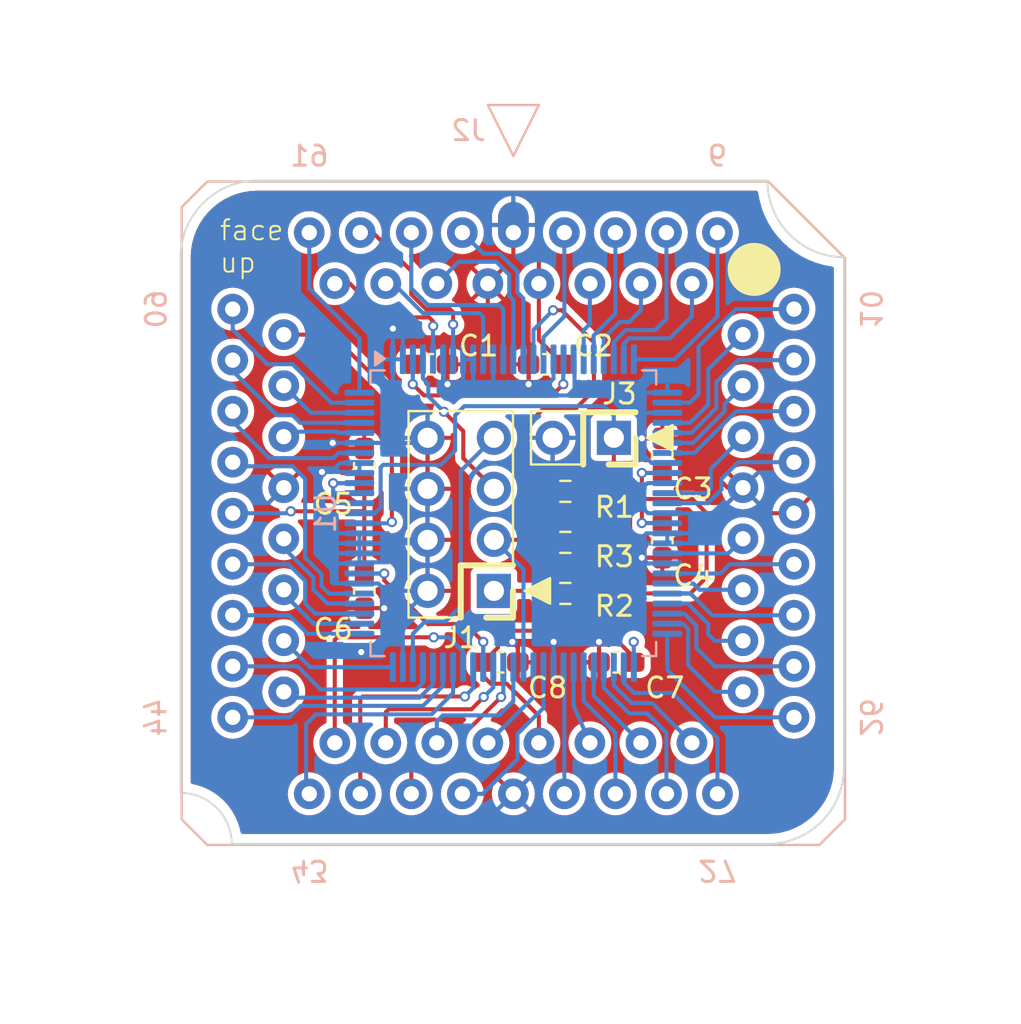
<source format=kicad_pcb>
(kicad_pcb (version 20221018) (generator pcbnew)
  (title_block (title "Replacement of the Motorola gate array by ATF1508 CPLD") (date "2025-07-13") (rev "v1.0.0") (company "Sporniket") (comment 1 "For the 8-bits computer known as 'Thomson MO5' released in 1984") (comment 3 "...thomson-mo5--gate-array-motorola--replacement-hw--atf1508") (comment 4 "Original repository : https://github.com/sporniket/..."))
  (layers (0 "F.Cu" signal) (1 "In1.Cu" signal) (2 "In2.Cu" signal) (31 "B.Cu" signal) (34 "B.Paste" user) (35 "F.Paste" user) (36 "B.SilkS" user "B.Silkscreen") (37 "F.SilkS" user "F.Silkscreen") (38 "B.Mask" user) (39 "F.Mask" user) (44 "Edge.Cuts" user))
  (net 0 "")
  (net 1 "+5V")
  (net 2 "GND")
  (net 3 "/CPLD/TMS")
  (net 4 "/CPLD/TCK")
  (net 5 "/CPLD/TDI")
  (net 6 "/CPLD/TDO")
  (net 7 "MADDR2")
  (net 8 "MADDR1")
  (net 9 "MADDR0")
  (net 10 "~{CAS_PT}")
  (net 11 "~{RAS}")
  (net 12 "MADDR6")
  (net 13 "MADDR5")
  (net 14 "MADDR4")
  (net 15 "ADDR12")
  (net 16 "ADDR11")
  (net 17 "ADDR10")
  (net 18 "ADDR9")
  (net 19 "ADDR8")
  (net 20 "ADDR7")
  (net 21 "ADDR6")
  (net 22 "ADDR5")
  (net 23 "ADDR4")
  (net 24 "ADDR3")
  (net 25 "ADDR2")
  (net 26 "ADDR1")
  (net 27 "ADDR0")
  (net 28 "DATA7")
  (net 29 "DATA6")
  (net 30 "DATA5")
  (net 31 "DATA4")
  (net 32 "DATA3")
  (net 33 "DATA2")
  (net 34 "DATA1")
  (net 35 "DATA0")
  (net 36 "NC36")
  (net 37 "CT")
  (net 38 "ITLP")
  (net 39 "~{CAS_EXT}")
  (net 40 "~{E}")
  (net 41 "E")
  (net 42 "Q")
  (net 43 "CLOCK")
  (net 44 "~{DATA_VALID}")
  (net 45 "E_EXT2")
  (net 46 "E_EXT")
  (net 47 "ADDR15")
  (net 48 "ADDR14")
  (net 49 "ADDR13")
  (net 50 "FORME")
  (net 51 "R{slash}~{W}")
  (net 52 "~{CS_COL}")
  (net 53 "~{CS_PT}")
  (net 54 "~{CS_EXT}")
  (net 55 "SYCL")
  (net 56 "~{CKLP}")
  (net 57 "H16")
  (net 58 "~{POINT}")
  (net 59 "~{SUPLT}")
  (net 60 "~{INITLT}")
  (net 61 "A{slash}SYNLT")
  (net 62 "MADDR8")
  (net 63 "~{CAS_COL}")
  (net 64 "MADDR7")
  (net 65 "MADDR3")
  (net 66 "/CPLD/VPP")
  (footprint "Capacitor_SMD:C_0603_1608Metric_Pad1.08x0.95mm_HandSolder" (layer "F.Cu") (at 103.3029 119.6594)
    (fp_text reference "C2")
    (fp_text value "0.22uF")
  )
  (footprint "Capacitor_SMD:C_0603_1608Metric_Pad1.08x0.95mm_HandSolder" (layer "F.Cu") (at 101.0401 134.493 180)
    (fp_text reference "C8")
    (fp_text value "0.22uF")
  )
  (footprint "Resistor_SMD:R_0603_1608Metric_Pad0.98x0.95mm_HandSolder" (layer "F.Cu") (at 104.267 128.524 180)
    (fp_text reference "R3")
    (fp_text value "4K7")
  )
  (footprint "Capacitor_SMD:C_0603_1608Metric_Pad1.08x0.95mm_HandSolder" (layer "F.Cu") (at 94.2594 130.9359 -90)
    (fp_text reference "C6")
    (fp_text value "0.22uF")
  )
  (footprint "Capacitor_SMD:C_0603_1608Metric_Pad1.08x0.95mm_HandSolder" (layer "F.Cu") (at 94.2594 124.7151 90)
    (fp_text reference "C5")
    (fp_text value "0.22uF")
  )
  (footprint "Resistor_SMD:R_0603_1608Metric_Pad0.98x0.95mm_HandSolder" (layer "F.Cu") (at 104.267 131.064 180)
    (fp_text reference "R2")
    (fp_text value "4K7")
  )
  (footprint "SpecialConnectors:PinHeader_2x04_P2.54mm_Vertical" (layer "F.Cu") (at 100.33 130.937 180)
    (fp_text reference "J1")
    (fp_text value "JTAG")
  )
  (footprint "SpecialConnectors:PinHeader_2x01_P2.54mm_Vertical" (layer "F.Cu") (at 106.426 123.317 180)
    (fp_text reference "J3")
    (fp_text value "VPP")
  )
  (footprint "Capacitor_SMD:C_0603_1608Metric_Pad1.08x0.95mm_HandSolder" (layer "F.Cu") (at 106.8081 134.493 180)
    (fp_text reference "C7")
    (fp_text value "0.22uF")
  )
  (footprint "Resistor_SMD:R_0603_1608Metric_Pad0.98x0.95mm_HandSolder" (layer "F.Cu") (at 104.267 125.984 180)
    (fp_text reference "R1")
    (fp_text value "4K7")
  )
  (footprint "Capacitor_SMD:C_0603_1608Metric_Pad1.08x0.95mm_HandSolder" (layer "F.Cu") (at 109.093 128.4213 90)
    (fp_text reference "C4")
    (fp_text value "0.22uF")
  )
  (footprint "Capacitor_SMD:C_0603_1608Metric_Pad1.08x0.95mm_HandSolder" (layer "F.Cu") (at 97.5349 119.6594)
    (fp_text reference "C1")
    (fp_text value "0.22uF")
  )
  (footprint "Capacitor_SMD:C_0603_1608Metric_Pad1.08x0.95mm_HandSolder" (layer "F.Cu") (at 109.093 124.2071 -90)
    (fp_text reference "C3")
    (fp_text value "0.22uF")
  )
  (footprint "Package_QFP:TQFP-100_14x14mm_P0.5mm" (layer "B.Cu") (at 101.6785 127.072 -90)
    (fp_text reference "U1")
    (fp_text value "ATF1508AS_L_100A_TQFP_JTAG_ENABLED_PHY")
  )
  (footprint "SpecialConnectors:gate_array_plcc68_staggered" (layer "B.Cu") (at 101.6785 127.072 180)
    (fp_text reference "J2")
    (fp_text value "GATE_ARRAY_MO5_V1_SOCKET")
  )
  (gr_circle (center 113.665 114.935) (end 114.935 114.935) (stroke (width 0.1)) (fill solid) (layer "F.SilkS"))
  (gr_line (start 85.117077 140.997077) (end 85.117077 114.327077) (stroke (width 0.1)) (layer "Edge.Cuts"))
  (gr_arc (start 85.117077 140.997077) (mid 86.913128 141.741026) (end 87.657077 143.537077) (stroke (width 0.1)) (layer "Edge.Cuts"))
  (gr_arc (start 118.137077 139.727077) (mid 117.021155 142.421155) (end 114.327077 143.537077) (stroke (width 0.1)) (layer "Edge.Cuts"))
  (gr_arc (start 118.137077 114.327077) (mid 115.443 113.211154) (end 114.327077 110.517077) (stroke (width 0.1)) (layer "Edge.Cuts"))
  (gr_arc (start 85.117077 114.327077) (mid 86.233 111.633) (end 88.927077 110.517077) (stroke (width 0.1)) (layer "Edge.Cuts"))
  (gr_line (start 114.327077 143.537077) (end 87.657077 143.537077) (stroke (width 0.1)) (layer "Edge.Cuts"))
  (gr_line (start 88.927077 110.517077) (end 114.327077 110.517077) (stroke (width 0.1)) (layer "Edge.Cuts"))
  (gr_line (start 118.137077 114.327077) (end 118.137077 139.727077) (stroke (width 0.1)) (layer "Edge.Cuts"))
  (gr_text "face\nup" (at 86.995 112.395) (layer "F.SilkS") (effects (font (size 1 1) (thickness 0.1)) (justify left top)))
  (segment (start 94.2594 125.5776) (end 92.71 125.5776) (width 0.2032) (layer "F.Cu") (net 1))
  (segment (start 109.093 125.0696) (end 108.077 125.0696) (width 0.2032) (layer "F.Cu") (net 1))
  (segment (start 117.221 115.951) (end 117.221 125.4995) (width 0.2032) (layer "F.Cu") (net 1))
  (segment (start 108.077 126.3396) (end 108.077 125.0696) (width 0.2032) (layer "F.Cu") (net 1))
  (segment (start 97.426866 132.588) (end 99.2886 132.588) (width 0.2032) (layer "F.Cu") (net 1))
  (segment (start 104.1654 119.6594) (end 104.1654 120.65) (width 0.2032) (layer "F.Cu") (net 1))
  (segment (start 110.49 131.064) (end 111.2986 130.2554) (width 0.2032) (layer "F.Cu") (net 1))
  (segment (start 103.6066 121.2088) (end 104.1654 120.65) (width 0.2032) (layer "F.Cu") (net 1))
  (segment (start 112.903 111.633) (end 117.221 115.951) (width 0.2032) (layer "F.Cu") (net 1))
  (segment (start 108.1024 126.365) (end 108.077 126.3396) (width 0.2032) (layer "F.Cu") (net 1))
  (segment (start 117.221 125.4995) (end 115.6485 127.072) (width 0.2032) (layer "F.Cu") (net 1))
  (segment (start 102.9485 111.9355) (end 103.251 111.633) (width 0.2032) (layer "F.Cu") (net 1))
  (segment (start 107.6706 134.493) (end 107.6706 133.477) (width 0.2032) (layer "F.Cu") (net 1))
  (segment (start 95.25 130.411134) (end 97.426866 132.588) (width 0.2032) (layer "F.Cu") (net 1))
  (segment (start 96.6724 120.65) (end 97.2312 121.2088) (width 0.2032) (layer "F.Cu") (net 1))
  (segment (start 101.346 135.5598) (end 102.9485 137.1623) (width 0.2032) (layer "F.Cu") (net 1))
  (segment (start 100.1776 134.493) (end 100.1776 135.1788) (width 0.2032) (layer "F.Cu") (net 1))
  (segment (start 102.9485 137.1623) (end 102.9485 138.502) (width 0.2032) (layer "F.Cu") (net 1))
  (segment (start 102.9485 115.642) (end 102.9485 118.4425) (width 0.2032) (layer "F.Cu") (net 1))
  (segment (start 101.0666 132.9182) (end 105.2068 132.9182) (width 0.2032) (layer "F.Cu") (net 1))
  (segment (start 107.6706 134.239) (end 106.934 133.5024) (width 0.2032) (layer "F.Cu") (net 1))
  (segment (start 110.5916 126.365) (end 108.1024 126.365) (width 0.2032) (layer "F.Cu") (net 1))
  (segment (start 97.2312 121.2088) (end 103.6066 121.2088) (width 0.2032) (layer "F.Cu") (net 1))
  (segment (start 94.2594 125.5776) (end 94.2594 126.9746) (width 0.2032) (layer "F.Cu") (net 1))
  (segment (start 100.9142 133.0706) (end 101.0666 132.9182) (width 0.2032) (layer "F.Cu") (net 1))
  (segment (start 102.9485 118.4425) (end 104.1654 119.6594) (width 0.2032) (layer "F.Cu") (net 1))
  (segment (start 115.6485 127.072) (end 111.2986 127.072) (width 0.2032) (layer "F.Cu") (net 1))
  (segment (start 111.2986 127.072) (end 110.5916 126.365) (width 0.2032) (layer "F.Cu") (net 1))
  (segment (start 94.2594 128.3208) (end 94.2594 130.0734) (width 0.2032) (layer "F.Cu") (net 1))
  (segment (start 105.1795 131.064) (end 105.1795 132.8909) (width 0.2032) (layer "F.Cu") (net 1))
  (segment (start 106.934 133.1214) (end 106.7308 132.9182) (width 0.2032) (layer "F.Cu") (net 1))
  (segment (start 96.6724 119.6594) (end 96.6724 120.65) (width 0.2032) (layer "F.Cu") (net 1))
  (segment (start 111.2986 130.2554) (end 111.2986 127.072) (width 0.2032) (layer "F.Cu") (net 1))
  (segment (start 100.1776 135.1788) (end 100.5586 135.5598) (width 0.2032) (layer "F.Cu") (net 1))
  (segment (start 109.093 127.5588) (end 108.077 127.5588) (width 0.2032) (layer "F.Cu") (net 1))
  (segment (start 100.1776 134.493) (end 100.1776 133.477) (width 0.2032) (layer "F.Cu") (net 1))
  (segment (start 103.251 111.633) (end 112.903 111.633) (width 0.2032) (layer "F.Cu") (net 1))
  (segment (start 90.6018 126.9746) (end 94.2594 126.9746) (width 0.2032) (layer "F.Cu") (net 1))
  (segment (start 106.7308 132.9182) (end 105.2068 132.9182) (width 0.2032) (layer "F.Cu") (net 1))
  (segment (start 100.9142 133.7564) (end 100.9142 133.0706) (width 0.2032) (layer "F.Cu") (net 1))
  (segment (start 102.9485 115.642) (end 102.9485 111.9355) (width 0.2032) (layer "F.Cu") (net 1))
  (segment (start 95.25 130.0734) (end 95.25 130.411134) (width 0.2032) (layer "F.Cu") (net 1))
  (segment (start 105.1795 131.064) (end 110.49 131.064) (width 0.2032) (layer "F.Cu") (net 1))
  (segment (start 99.2886 132.588) (end 100.1776 133.477) (width 0.2032) (layer "F.Cu") (net 1))
  (segment (start 107.6706 134.493) (end 107.6706 134.239) (width 0.2032) (layer "F.Cu") (net 1))
  (segment (start 94.2594 130.0734) (end 95.25 130.0734) (width 0.2032) (layer "F.Cu") (net 1))
  (segment (start 105.1795 132.8909) (end 105.2068 132.9182) (width 0.2032) (layer "F.Cu") (net 1))
  (segment (start 108.077 127.5588) (end 108.077 126.3396) (width 0.2032) (layer "F.Cu") (net 1))
  (segment (start 100.1776 134.493) (end 100.9142 133.7564) (width 0.2032) (layer "F.Cu") (net 1))
  (segment (start 100.5586 135.5598) (end 101.346 135.5598) (width 0.2032) (layer "F.Cu") (net 1))
  (segment (start 106.934 133.5024) (end 106.934 133.1214) (width 0.2032) (layer "F.Cu") (net 1))
  (segment (start 94.2594 126.9746) (end 94.2594 128.3208) (width 0.2032) (layer "F.Cu") (net 1))
  (via (at 90.6018 126.9746) (size 0.508) (drill 0.3048) (layers "F.Cu" "B.Cu") (net 1))
  (via (at 95.25 130.0734) (size 0.508) (drill 0.3048) (layers "F.Cu" "B.Cu") (net 1))
  (via (at 104.1654 120.65) (size 0.508) (drill 0.3048) (layers "F.Cu" "B.Cu") (net 1))
  (via (at 108.077 127.5588) (size 0.508) (drill 0.3048) (layers "F.Cu" "B.Cu") (net 1))
  (via (at 100.1776 133.477) (size 0.508) (drill 0.3048) (layers "F.Cu" "B.Cu") (net 1))
  (via (at 108.077 125.0696) (size 0.508) (drill 0.3048) (layers "F.Cu" "B.Cu") (net 1))
  (via (at 92.71 125.5776) (size 0.508) (drill 0.3048) (layers "F.Cu" "B.Cu") (net 1))
  (via (at 107.6706 133.477) (size 0.508) (drill 0.3048) (layers "F.Cu" "B.Cu") (net 1))
  (via (at 96.6724 120.65) (size 0.508) (drill 0.3048) (layers "F.Cu" "B.Cu") (net 1))
  (segment (start 95.25 130.0734) (end 94.0174 130.0734) (width 0.2032) (layer "B.Cu") (net 1))
  (segment (start 92.71 125.9078) (end 92.71 126.0348) (width 0.2032) (layer "B.Cu") (net 1))
  (segment (start 94.0174 130.0734) (end 94.016 130.072) (width 0.2032) (layer "B.Cu") (net 1))
  (segment (start 100.1776 134.7336) (end 100.1785 134.7345) (width 0.2032) (layer "B.Cu") (net 1))
  (segment (start 109.3386 125.0696) (end 109.341 125.072) (width 0.2032) (layer "B.Cu") (net 1))
  (segment (start 104.1654 119.4226) (end 104.1785 119.4095) (width 0.2032) (layer "B.Cu") (net 1))
  (segment (start 92.71 125.5776) (end 94.0104 125.5776) (width 0.2032) (layer "B.Cu") (net 1))
  (segment (start 109.3278 127.5588) (end 109.341 127.572) (width 0.2032) (layer "B.Cu") (net 1))
  (segment (start 92.71 126.0348) (end 92.7472 126.072) (width 0.2032) (layer "B.Cu") (net 1))
  (segment (start 107.6706 133.477) (end 107.6706 134.7266) (width 0.2032) (layer "B.Cu") (net 1))
  (segment (start 96.6724 120.65) (end 96.6724 119.4156) (width 0.2032) (layer "B.Cu") (net 1))
  (segment (start 108.077 127.5588) (end 109.3278 127.5588) (width 0.2032) (layer "B.Cu") (net 1))
  (segment (start 108.077 125.0696) (end 109.3386 125.0696) (width 0.2032) (layer "B.Cu") (net 1))
  (segment (start 96.6724 119.4156) (end 96.6785 119.4095) (width 0.2032) (layer "B.Cu") (net 1))
  (segment (start 92.7472 126.072) (end 94.016 126.072) (width 0.2032) (layer "B.Cu") (net 1))
  (segment (start 92.71 126.5174) (end 92.71 125.9078) (width 0.2032) (layer "B.Cu") (net 1))
  (segment (start 90.6018 126.9746) (end 90.5044 127.072) (width 0.2032) (layer "B.Cu") (net 1))
  (segment (start 104.1654 120.65) (end 104.1654 119.4226) (width 0.2032) (layer "B.Cu") (net 1))
  (segment (start 94.0104 125.5776) (end 94.016 125.572) (width 0.2032) (layer "B.Cu") (net 1))
  (segment (start 94.016 126.572) (end 92.7646 126.572) (width 0.2032) (layer "B.Cu") (net 1))
  (segment (start 90.5044 127.072) (end 87.7085 127.072) (width 0.2032) (layer "B.Cu") (net 1))
  (segment (start 107.6706 134.7266) (end 107.6785 134.7345) (width 0.2032) (layer "B.Cu") (net 1))
  (segment (start 92.71 125.5776) (end 92.71 125.9078) (width 0.2032) (layer "B.Cu") (net 1))
  (segment (start 92.7646 126.572) (end 92.71 126.5174) (width 0.2032) (layer "B.Cu") (net 1))
  (segment (start 100.1776 133.477) (end 100.1776 134.7336) (width 0.2032) (layer "B.Cu") (net 1))
  (segment (start 103.4796 139.8016) (end 104.2162 139.065) (width 0.2032) (layer "F.Cu") (net 2))
  (segment (start 108.0792 123.3446) (end 108.077 123.3424) (width 0.2032) (layer "F.Cu") (net 2))
  (segment (start 98.425 120.6246) (end 98.3996 120.65) (width 0.2032) (layer "F.Cu") (net 2))
  (segment (start 109.093 123.3446) (end 108.0792 123.3446) (width 0.2032) (layer "F.Cu") (net 2))
  (segment (start 98.3974 119.6594) (end 98.3974 120.6478) (width 0.2032) (layer "F.Cu") (net 2))
  (segment (start 91.0317 125.0188) (end 92.1512 125.0188) (width 0.2032) (layer "F.Cu") (net 2))
  (segment (start 94.2594 131.7984) (end 95.2478 131.7984) (width 0.2032) (layer "F.Cu") (net 2))
  (segment (start 102.9189 139.8016) (end 103.4796 139.8016) (width 0.2032) (layer "F.Cu") (net 2))
  (segment (start 107.4928 128.7018) (end 108.077 129.286) (width 0.2032) (layer "F.Cu") (net 2))
  (segment (start 90.2485 125.802) (end 91.0317 125.0188) (width 0.2032) (layer "F.Cu") (net 2))
  (segment (start 104.2162 134.493) (end 101.9026 134.493) (width 0.2032) (layer "F.Cu") (net 2))
  (segment (start 112.34 125.802) (end 113.1085 125.802) (width 0.2032) (layer "F.Cu") (net 2))
  (segment (start 92.1512 124.1044) (end 92.6846 123.571) (width 0.2032) (layer "F.Cu") (net 2))
  (segment (start 105.9456 134.493) (end 105.9456 133.4792) (width 0.2032) (layer "F.Cu") (net 2))
  (segment (start 97.409 125.857) (end 97.409 123.317) (width 0.2032) (layer "F.Cu") (net 2))
  (segment (start 103.632 123.317) (end 103.632 125.7065) (width 0.2032) (layer "F.Cu") (net 2))
  (segment (start 105.9456 134.493) (end 104.2162 134.493) (width 0.2032) (layer "F.Cu") (net 2))
  (segment (start 101.9026 134.493) (end 101.9026 133.7542) (width 0.2032) (layer "F.Cu") (net 2))
  (segment (start 101.6785 141.042) (end 102.9189 139.8016) (width 0.2032) (layer "F.Cu") (net 2))
  (segment (start 104.6734 134.493) (end 105.9456 134.493) (width 0.2032) (layer "F.Cu") (net 2))
  (segment (start 100.3808 118.3132) (end 100.4085 118.2855) (width 0.2032) (layer "F.Cu") (net 2))
  (segment (start 97.409 130.937) (end 97.409 128.397) (width 0.2032) (layer "F.Cu") (net 2))
  (segment (start 109.855 123.3446) (end 109.093 123.3446) (width 0.2032) (layer "F.Cu") (net 2))
  (segment (start 102.4404 119.6594) (end 102.4404 120.6478) (width 0.2032) (layer "F.Cu") (net 2))
  (segment (start 109.8826 123.3446) (end 112.34 125.802) (width 0.2032) (layer "F.Cu") (net 2))
  (segment (start 100.4085 118.2855) (end 100.4085 115.642) (width 0.2032) (layer "F.Cu") (net 2))
  (segment (start 103.632 125.7065) (end 103.3545 125.984) (width 0.2032) (layer "F.Cu") (net 2))
  (segment (start 107.4928 124.8138) (end 107.4928 128.7018) (width 0.2032) (layer "F.Cu") (net 2))
  (segment (start 94.2594 123.8526) (end 92.9662 123.8526) (width 0.2032) (layer "F.Cu") (net 2))
  (segment (start 92.1512 125.0188) (end 92.1512 124.1044) (width 0.2032) (layer "F.Cu") (net 2))
  (segment (start 105.9456 133.4792) (end 105.9434 133.477) (width 0.2032) (layer "F.Cu") (net 2))
  (segment (start 108.077 124.2296) (end 107.4928 124.8138) (width 0.2032) (layer "F.Cu") (net 2))
  (segment (start 102.4404 120.6478) (end 102.4382 120.65) (width 0.2032) (layer "F.Cu") (net 2))
  (segment (start 104.2162 139.065) (end 104.2162 134.9502) (width 0.2032) (layer "F.Cu") (net 2))
  (segment (start 96.1136 118.3132) (end 100.3808 118.3132) (width 0.2032) (layer "F.Cu") (net 2))
  (segment (start 108.077 123.3424) (end 108.077 124.2296) (width 0.2032) (layer "F.Cu") (net 2))
  (segment (start 95.2478 131.7984) (end 95.25 131.8006) (width 0.2032) (layer "F.Cu") (net 2))
  (segment (start 98.1785 119.6254) (end 98.3731 119.4308) (width 0.2032) (layer "F.Cu") (net 2))
  (segment (start 97.409 128.397) (end 97.409 125.857) (width 0.2032) (layer "F.Cu") (net 2))
  (segment (start 108.0792 129.2838) (end 108.077 129.286) (width 0.2032) (layer "F.Cu") (net 2))
  (segment (start 100.4062 120.6246) (end 102.4128 120.6246) (width 0.2032) (layer "F.Cu") (net 2))
  (segment (start 100.4085 118.2855) (end 100.4062 118.2878) (width 0.2032) (layer "F.Cu") (net 2))
  (segment (start 109.093 129.2838) (end 108.0792 129.2838) (width 0.2032) (layer "F.Cu") (net 2))
  (segment (start 109.855 123.3446) (end 109.8826 123.3446) (width 0.2032) (layer "F.Cu") (net 2))
  (segment (start 101.9026 133.7542) (end 101.6254 133.477) (width 0.2032) (layer "F.Cu") (net 2))
  (segment (start 100.4062 120.6246) (end 98.425 120.6246) (width 0.2032) (layer "F.Cu") (net 2))
  (segment (start 98.3974 120.6478) (end 98.3996 120.65) (width 0.2032) (layer "F.Cu") (net 2))
  (segment (start 92.9662 123.8526) (end 92.6846 123.571) (width 0.2032) (layer "F.Cu") (net 2))
  (segment (start 95.6818 117.8814) (end 96.1136 118.3132) (width 0.2032) (layer "F.Cu") (net 2))
  (segment (start 102.4128 120.6246) (end 102.4382 120.65) (width 0.2032) (layer "F.Cu") (net 2))
  (segment (start 104.2162 134.9502) (end 104.2162 134.493) (width 0.2032) (layer "F.Cu") (net 2))
  (segment (start 100.4062 118.2878) (end 100.4062 120.6246) (width 0.2032) (layer "F.Cu") (net 2))
  (via (at 98.3996 120.65) (size 0.508) (drill 0.3048) (layers "F.Cu" "B.Cu") (net 2))
  (via (at 92.6846 123.571) (size 0.508) (drill 0.3048) (layers "F.Cu" "B.Cu") (net 2))
  (via (at 95.6818 117.8814) (size 0.508) (drill 0.3048) (layers "F.Cu" "B.Cu") (net 2))
  (via (at 103.6828 133.477) (size 0.508) (drill 0.3048) (layers "F.Cu" "B.Cu") (net 2))
  (via (at 92.1512 125.0188) (size 0.508) (drill 0.3048) (layers "F.Cu" "B.Cu") (net 2))
  (via (at 101.6254 133.477) (size 0.508) (drill 0.3048) (layers "F.Cu" "B.Cu") (net 2))
  (via (at 102.4382 120.65) (size 0.508) (drill 0.3048) (layers "F.Cu" "B.Cu") (net 2))
  (via (at 95.25 131.8006) (size 0.508) (drill 0.3048) (layers "F.Cu" "B.Cu") (net 2))
  (via (at 108.077 129.286) (size 0.508) (drill 0.3048) (layers "F.Cu" "B.Cu") (net 2))
  (via (at 105.9434 133.477) (size 0.508) (drill 0.3048) (layers "F.Cu" "B.Cu") (net 2))
  (via (at 108.077 123.3424) (size 0.508) (drill 0.3048) (layers "F.Cu" "B.Cu") (net 2))
  (via (at 94.107 133.985) (size 0.508) (drill 0.3048) (layers "F.Cu" "B.Cu") (net 2))
  (segment (start 108.077 123.3424) (end 108.077 124.084698) (width 0.2032) (layer "B.Cu") (net 2))
  (segment (start 108.077 121.1326) (end 108.1376 121.072) (width 0.2032) (layer "B.Cu") (net 2))
  (segment (start 100.584 120.65) (end 99.6696 120.65) (width 0.2032) (layer "B.Cu") (net 2))
  (segment (start 108.0798 128.572) (end 108.077 128.5748) (width 0.2032) (layer "B.Cu") (net 2))
  (segment (start 94.016 128.572) (end 95.4786 128.572) (width 0.2032) (layer "B.Cu") (net 2))
  (segment (start 97.154 123.572) (end 97.409 123.317) (width 0.2032) (layer "B.Cu") (net 2))
  (segment (start 95.4386 129.072) (end 94.016 129.072) (width 0.2032) (layer "B.Cu") (net 2))
  (segment (start 99.1785 120.6415) (end 99.187 120.65) (width 0.2032) (layer "B.Cu") (net 2))
  (segment (start 103.6785 133.4813) (end 103.6828 133.477) (width 0.2032) (layer "B.Cu") (net 2))
  (segment (start 96.1785 134.7345) (end 96.1785 131.8119) (width 0.2032) (layer "B.Cu") (net 2))
  (segment (start 99.6785 120.6411) (end 99.6696 120.65) (width 0.2032) (layer "B.Cu") (net 2))
  (segment (start 95.25 130.863663) (end 95.25 131.8006) (width 0.2032) (layer "B.Cu") (net 2))
  (segment (start 92.601799 125.0188) (end 92.1512 125.0188) (width 0.2032) (layer "B.Cu") (net 2))
  (segment (start 107.569 126.873) (end 107.5182 126.8222) (width 0.2032) (layer "B.Cu") (net 2))
  (segment (start 107.5182 126.8222) (end 107.5182 124.968) (width 0.2032) (layer "B.Cu") (net 2))
  (segment (start 111.76 127.762) (end 111.76 127.1505) (width 0.2032) (layer "B.Cu") (net 2))
  (segment (start 107.845537 125.6284) (end 108.308463 125.6284) (width 0.2032) (layer "B.Cu") (net 2))
  (segment (start 108.308463 125.6284) (end 108.364863 125.572) (width 0.2032) (layer "B.Cu") (net 2))
  (segment (start 95.4278 128.0668) (end 95.4786 128.1176) (width 0.2032) (layer "B.Cu") (net 2))
  (segment (start 103.4034 120.65) (end 103.6785 120.3749) (width 0.2032) (layer "B.Cu") (net 2))
  (segment (start 96.1898 131.8006) (end 96.5454 131.8006) (width 0.2032) (layer "B.Cu") (net 2))
  (segment (start 102.4382 120.65) (end 103.4034 120.65) (width 0.2032) (layer "B.Cu") (net 2))
  (segment (start 107.5182 125.301063) (end 107.845537 125.6284) (width 0.2032) (layer "B.Cu") (net 2))
  (segment (start 105.9434 133.477) (end 103.6828 133.477) (width 0.2032) (layer "B.Cu") (net 2))
  (segment (start 95.6785 119.4095) (end 95.6785 117.8847) (width 0.2032) (layer "B.Cu") (net 2))
  (segment (start 94.016 129.072) (end 92.797 129.072) (width 0.2032) (layer "B.Cu") (net 2))
  (segment (start 103.933937 121.2088) (end 104.396863 121.2088) (width 0.2032) (layer "B.Cu") (net 2))
  (segment (start 92.71 128.651) (end 92.71 128.143) (width 0.2032) (layer "B.Cu") (net 2))
  (segment (start 94.016 125.072) (end 93.9628 125.0188) (width 0.2032) (layer "B.Cu") (net 2))
  (segment (start 108.077 124.084698) (end 108.564302 124.572) (width 0.2032) (layer "B.Cu") (net 2))
  (segment (start 108.364863 125.572) (end 109.341 125.572) (width 0.2032) (layer "B.Cu") (net 2))
  (segment (start 95.4786 128.8796) (end 95.4786 129.032) (width 0.2032) (layer "B.Cu") (net 2))
  (segment (start 92.71 129.667) (end 92.71 129.159) (width 0.2032) (layer "B.Cu") (net 2))
  (segment (start 107.5182 124.968) (end 107.5182 125.301063) (width 0.2032) (layer "B.Cu") (net 2))
  (segment (start 96.1785 118.3781) (end 95.6818 117.8814) (width 0.2032) (layer "B.Cu") (net 2))
  (segment (start 100.6785 119.4095) (end 100.6785 120.5555) (width 0.2032) (layer "B.Cu") (net 2))
  (segment (start 92.71 129.159) (end 92.71 128.651) (width 0.2032) (layer "B.Cu") (net 2))
  (segment (start 103.6785 120.3749) (end 103.6785 119.4095) (width 0.2032) (layer "B.Cu") (net 2))
  (segment (start 102.4382 120.65) (end 100.584 120.65) (width 0.2032) (layer "B.Cu") (net 2))
  (segment (start 92.781 128.072) (end 94.016 128.072) (width 0.2032) (layer "B.Cu") (net 2))
  (segment (start 108.363 129.572) (end 109.341 129.572) (width 0.2032) (layer "B.Cu") (net 2))
  (segment (start 104.7242 120.881463) (end 104.7242 119.4552) (width 0.2032) (layer "B.Cu") (net 2))
  (segment (start 108.077 124.084698) (end 107.5182 124.643498) (width 0.2032) (layer "B.Cu") (net 2))
  (segment (start 94.016 129.572) (end 92.805 129.572) (width 0.2032) (layer "B.Cu") (net 2))
  (segment (start 111.8385 127.072) (end 113.1085 125.802) (width 0.2032) (layer "B.Cu") (net 2))
  (segment (start 94.0734 129.5146) (end 95.4278 129.5146) (width 0.2032) (layer "B.Cu") (net 2))
  (segment (start 98.1785 120.4289) (end 98.1785 119.4095) (width 0.2032) (layer "B.Cu") (net 2))
  (segment (start 94.016 124.572) (end 93.048599 124.572) (width 0.2032) (layer "B.Cu") (net 2))
  (segment (start 95.25 131.8006) (end 95.25 133.114698) (width 0.2032) (layer "B.Cu") (net 2))
  (segment (start 95.4226 128.072) (end 95.4278 128.0668) (width 0.2032) (layer "B.Cu") (net 2))
  (segment (start 94.016 128.072) (end 95.4226 128.072) (width 0.2032) (layer "B.Cu") (net 2))
  (segment (start 108.1282 122.072) (end 109.341 122.072) (width 0.2032) (layer "B.Cu") (net 2))
  (segment (start 108.564302 124.572) (end 109.341 124.572) (width 0.2032) (layer "B.Cu") (net 2))
  (segment (start 109.341 127.072) (end 108.380463 127.072) (width 0.2032) (layer "B.Cu") (net 2))
  (segment (start 92.6856 123.572) (end 92.6846 123.571) (width 0.2032) (layer "B.Cu") (net 2))
  (segment (start 92.71 130.429) (end 92.853 130.572) (width 0.2032) (layer "B.Cu") (net 2))
  (segment (start 94.016 130.572) (end 94.958337 130.572) (width 0.2032) (layer "B.Cu") (net 2))
  (segment (start 111.76 128.524) (end 111.76 127.762) (width 0.2032) (layer "B.Cu") (net 2))
  (segment (start 98.3996 120.65) (end 98.1785 120.4289) (width 0.2032) (layer "B.Cu") (net 2))
  (segment (start 95.25 133.114698) (end 94.379698 133.985) (width 0.2032) (layer "B.Cu") (net 2))
  (segment (start 97.234 128.572) (end 97.409 128.397) (width 0.2032) (layer "B.Cu") (net 2))
  (segment (start 94.016 123.572) (end 92.6856 123.572) (width 0.2032) (layer "B.Cu") (net 2))
  (segment (start 95.4786 128.572) (end 97.234 128.572) (width 0.2032) (layer "B.Cu") (net 2))
  (segment (start 94.016 128.572) (end 92.789 128.572) (width 0.2032) (layer "B.Cu") (net 2))
  (segment (start 109.341 128.572) (end 108.0798 128.572) (width 0.2032) (layer "B.Cu") (net 2))
  (segment (start 96.5454 131.8006) (end 97.409 130.937) (width 0.2032) (layer "B.Cu") (net 2))
  (segment (start 108.181463 126.873) (end 107.569 126.873) (width 0.2032) (layer "B.Cu") (net 2))
  (segment (start 108.077 129.286) (end 108.363 129.572) (width 0.2032) (layer "B.Cu") (net 2))
  (segment (start 96.1785 119.4095) (end 96.1785 118.3781) (width 0.2032) (layer "B.Cu") (net 2))
  (segment (start 109.341 128.572) (end 111.712 128.572) (width 0.2032) (layer "B.Cu") (net 2))
  (segment (start 94.958337 130.572) (end 95.25 130.863663) (width 0.2032) (layer "B.Cu") (net 2))
  (segment (start 108.077 129.286) (end 108.077 128.5748) (width 0.2032) (layer "B.Cu") (net 2))
  (segment (start 103.6785 134.7345) (end 103.6785 133.4813) (width 0.2032) (layer "B.Cu") (net 2))
  (segment (start 104.396863 121.2088) (end 104.7242 120.881463) (width 0.2032) (layer "B.Cu") (net 2))
  (segment (start 92.797 129.072) (end 92.71 129.159) (width 0.2032) (layer "B.Cu") (net 2))
  (segment (start 99.1785 119.4095) (end 99.1785 120.6415) (width 0.2032) (layer "B.Cu") (net 2))
  (segment (start 111.704 128.072) (end 111.76 128.016) (width 0.2032) (layer "B.Cu") (net 2))
  (segment (start 103.4034 120.678263) (end 103.933937 121.2088) (width 0.2032) (layer "B.Cu") (net 2))
  (segment (start 100.6785 120.5555) (end 100.584 120.65) (width 0.2032) (layer "B.Cu") (net 2))
  (segment (start 95.4786 129.032) (end 95.4386 129.072) (width 0.2032) (layer "B.Cu") (net 2))
  (segment (start 111.76 127.1505) (end 111.8385 127.072) (width 0.2032) (layer "B.Cu") (net 2))
  (segment (start 95.4786 128.8796) (end 95.4786 129.4638) (width 0.2032) (layer "B.Cu") (net 2))
  (segment (start 92.71 128.143) (end 92.781 128.072) (width 0.2032) (layer "B.Cu") (net 2))
  (segment (start 92.789 128.572) (end 92.71 128.651) (width 0.2032) (layer "B.Cu") (net 2))
  (segment (start 108.380463 127.072) (end 108.181463 126.873) (width 0.2032) (layer "B.Cu") (net 2))
  (segment (start 95.6785 117.8847) (end 95.6818 117.8814) (width 0.2032) (layer "B.Cu") (net 2))
  (segment (start 92.853 130.572) (end 94.016 130.572) (width 0.2032) (layer "B.Cu") (net 2))
  (segment (start 99.187 120.65) (end 98.3996 120.65) (width 0.2032) (layer "B.Cu") (net 2))
  (segment (start 104.7242 119.4552) (end 104.6785 119.4095) (width 0.2032) (layer "B.Cu") (net 2))
  (segment (start 108.077 123.3424) (end 108.077 122.1232) (width 0.2032) (layer "B.Cu") (net 2))
  (segment (start 109.341 128.072) (end 111.704 128.072) (width 0.2032) (layer "B.Cu") (net 2))
  (segment (start 99.6696 120.65) (end 99.187 120.65) (width 0.2032) (layer "B.Cu") (net 2))
  (segment (start 108.077 128.2954) (end 108.3004 128.072) (width 0.2032) (layer "B.Cu") (net 2))
  (segment (start 95.25 131.8006) (end 96.1898 131.8006) (width 0.2032) (layer "B.Cu") (net 2))
  (segment (start 99.6785 119.4095) (end 99.6785 120.6411) (width 0.2032) (layer "B.Cu") (net 2))
  (segment (start 96.1785 131.8119) (end 96.1898 131.8006) (width 0.2032) (layer "B.Cu") (net 2))
  (segment (start 93.048599 124.572) (end 92.601799 125.0188) (width 0.2032) (layer "B.Cu") (net 2))
  (segment (start 95.4786 128.572) (end 95.4786 128.8796) (width 0.2032) (layer "B.Cu") (net 2))
  (segment (start 108.3004 128.072) (end 109.341 128.072) (width 0.2032) (layer "B.Cu") (net 2))
  (segment (start 107.5182 124.643498) (end 107.5182 124.968) (width 0.2032) (layer "B.Cu") (net 2))
  (segment (start 111.712 128.572) (end 111.76 128.524) (width 0.2032) (layer "B.Cu") (net 2))
  (segment (start 94.379698 133.985) (end 94.107 133.985) (width 0.2032) (layer "B.Cu") (net 2))
  (segment (start 95.4786 129.4638) (end 95.4278 129.5146) (width 0.2032) (layer "B.Cu") (net 2))
  (segment (start 103.4034 120.65) (end 103.4034 120.678263) (width 0.2032) (layer "B.Cu") (net 2))
  (segment (start 95.4786 128.1176) (end 95.4786 128.572) (width 0.2032) (layer "B.Cu") (net 2))
  (segment (start 92.805 129.572) (end 92.71 129.667) (width 0.2032) (layer "B.Cu") (net 2))
  (segment (start 93.9628 125.0188) (end 92.1512 125.0188) (width 0.2032) (layer "B.Cu") (net 2))
  (segment (start 108.077 122.1232) (end 108.1282 122.072) (width 0.2032) (layer "B.Cu") (net 2))
  (segment (start 108.1376 121.072) (end 109.341 121.072) (width 0.2032) (layer "B.Cu") (net 2))
  (segment (start 108.077 122.1232) (end 108.077 121.1326) (width 0.2032) (layer "B.Cu") (net 2))
  (segment (start 109.341 127.072) (end 111.8385 127.072) (width 0.2032) (layer "B.Cu") (net 2))
  (segment (start 94.016 123.572) (end 97.154 123.572) (width 0.2032) (layer "B.Cu") (net 2))
  (segment (start 108.077 128.5748) (end 108.077 128.2954) (width 0.2032) (layer "B.Cu") (net 2))
  (segment (start 111.76 128.016) (end 111.76 127.762) (width 0.2032) (layer "B.Cu") (net 2))
  (segment (start 94.016 129.572) (end 94.0734 129.5146) (width 0.2032) (layer "B.Cu") (net 2))
  (segment (start 92.71 129.667) (end 92.71 130.429) (width 0.2032) (layer "B.Cu") (net 2))
  (segment (start 102.1842 124.9934) (end 102.1842 122.8598) (width 0.2032) (layer "F.Cu") (net 3))
  (segment (start 106.4006 127.9906) (end 106.4006 127.635) (width 0.2032) (layer "F.Cu") (net 3))
  (segment (start 102.1842 122.8598) (end 102.489 122.555) (width 0.2032) (layer "F.Cu") (net 3))
  (segment (start 102.616 127.3556) (end 102.235 126.9746) (width 0.2032) (layer "F.Cu") (net 3))
  (segment (start 104.0892 116.967) (end 103.6574 116.967) (width 0.2032) (layer "F.Cu") (net 3))
  (segment (start 103.632 130.0988) (end 106.1212 130.0988) (width 0.2032) (layer "F.Cu") (net 3))
  (segment (start 100.711 130.937) (end 103.2275 130.937) (width 0.2032) (layer "F.Cu") (net 3))
  (segment (start 106.4006 129.8194) (end 106.4006 127.9906) (width 0.2032) (layer "F.Cu") (net 3))
  (segment (start 106.4006 127.635) (end 106.1212 127.3556) (width 0.2032) (layer "F.Cu") (net 3))
  (segment (start 106.1212 127.3556) (end 102.616 127.3556) (width 0.2032) (layer "F.Cu") (net 3))
  (segment (start 103.3545 130.3763) (end 103.632 130.0988) (width 0.2032) (layer "F.Cu") (net 3))
  (segment (start 104.8766 117.7544) (end 104.0892 116.967) (width 0.2032) (layer "F.Cu") (net 3))
  (segment (start 105.6894 118.5672) (end 104.8766 117.7544) (width 0.2032) (layer "F.Cu") (net 3))
  (segment (start 102.489 122.555) (end 103.1494 121.8946) (width 0.2032) (layer "F.Cu") (net 3))
  (segment (start 106.1212 130.0988) (end 106.4006 129.8194) (width 0.2032) (layer "F.Cu") (net 3))
  (segment (start 103.3545 131.064) (end 103.3545 130.3763) (width 0.2032) (layer "F.Cu") (net 3))
  (segment (start 103.1494 121.8946) (end 104.7496 121.8946) (width 0.2032) (layer "F.Cu") (net 3))
  (segment (start 102.1842 126.9238) (end 102.1842 124.9934) (width 0.2032) (layer "F.Cu") (net 3))
  (segment (start 102.235 126.9746) (end 102.1842 126.9238) (width 0.2032) (layer "F.Cu") (net 3))
  (segment (start 105.6894 120.5484) (end 105.6894 118.5672) (width 0.2032) (layer "F.Cu") (net 3))
  (segment (start 104.7496 121.8946) (end 105.6894 120.9548) (width 0.2032) (layer "F.Cu") (net 3))
  (segment (start 105.6894 120.9548) (end 105.6894 120.5484) (width 0.2032) (layer "F.Cu") (net 3))
  (segment (start 103.2275 130.937) (end 103.3545 131.064) (width 0.2032) (layer "F.Cu") (net 3))
  (via (at 103.6574 116.967) (size 0.508) (drill 0.3048) (layers "F.Cu" "B.Cu") (net 3))
  (segment (start 103.6574 116.967) (end 102.6785 117.9459) (width 0.2032) (layer "B.Cu") (net 3))
  (segment (start 102.6785 117.9459) (end 102.6785 119.4095) (width 0.2032) (layer "B.Cu") (net 3))
  (segment (start 103.2275 128.397) (end 103.3545 128.524) (width 0.2032) (layer "F.Cu") (net 4))
  (segment (start 100.711 128.397) (end 103.2275 128.397) (width 0.2032) (layer "F.Cu") (net 4))
  (segment (start 102.1842 134.7288) (end 102.1842 129.8702) (width 0.2032) (layer "B.Cu") (net 4))
  (segment (start 102.1785 134.7345) (end 102.1842 134.7288) (width 0.2032) (layer "B.Cu") (net 4))
  (segment (start 102.1842 129.8702) (end 100.711 128.397) (width 0.2032) (layer "B.Cu") (net 4))
  (segment (start 99.187 124.333) (end 100.711 125.857) (width 0.2032) (layer "F.Cu") (net 5))
  (segment (start 99.187 122.9868) (end 99.187 124.333) (width 0.2032) (layer "F.Cu") (net 5))
  (segment (start 98.2218 122.0216) (end 99.187 122.9868) (width 0.2032) (layer "F.Cu") (net 5))
  (via (at 98.2218 122.0216) (size 0.508) (drill 0.3048) (layers "F.Cu" "B.Cu") (net 5))
  (segment (start 97.1785 120.365837) (end 97.1785 119.4095) (width 0.2032) (layer "B.Cu") (net 5))
  (segment (start 97.448531 120.635869) (end 97.1785 120.365837) (width 0.2032) (layer "B.Cu") (net 5))
  (segment (start 98.2218 122.0216) (end 97.448531 121.248331) (width 0.2032) (layer "B.Cu") (net 5))
  (segment (start 97.448531 121.248331) (end 97.448531 120.635869) (width 0.2032) (layer "B.Cu") (net 5))
  (segment (start 96.6785 133.0645) (end 97.282 132.461) (width 0.2032) (layer "B.Cu") (net 6))
  (segment (start 99.06 124.968) (end 100.711 123.317) (width 0.2032) (layer "B.Cu") (net 6))
  (segment (start 99.06 131.699) (end 99.06 124.968) (width 0.2032) (layer "B.Cu") (net 6))
  (segment (start 98.298 132.461) (end 99.06 131.699) (width 0.2032) (layer "B.Cu") (net 6))
  (segment (start 96.6785 134.7345) (end 96.6785 133.0645) (width 0.2032) (layer "B.Cu") (net 6))
  (segment (start 97.282 132.461) (end 98.298 132.461) (width 0.2032) (layer "B.Cu") (net 6))
  (segment (start 103.1785 119.4095) (end 103.1785 118.3095) (width 0.2032) (layer "B.Cu") (net 7))
  (segment (start 104.2185 117.2695) (end 104.2185 113.102) (width 0.2032) (layer "B.Cu") (net 7))
  (segment (start 103.1785 118.3095) (end 104.2185 117.2695) (width 0.2032) (layer "B.Cu") (net 7))
  (segment (start 105.1785 117.9605) (end 105.1785 119.4095) (width 0.2032) (layer "B.Cu") (net 8))
  (segment (start 105.4885 117.6505) (end 105.1785 117.9605) (width 0.2032) (layer "B.Cu") (net 8))
  (segment (start 105.4885 115.642) (end 105.4885 117.6505) (width 0.2032) (layer "B.Cu") (net 8))
  (segment (start 105.6785 118.2225) (end 105.6785 119.4095) (width 0.2032) (layer "B.Cu") (net 9))
  (segment (start 106.7585 113.102) (end 106.7585 117.1425) (width 0.2032) (layer "B.Cu") (net 9))
  (segment (start 106.7585 117.1425) (end 105.6785 118.2225) (width 0.2032) (layer "B.Cu") (net 9))
  (segment (start 108.0285 116.9647) (end 108.0285 115.642) (width 0.2032) (layer "B.Cu") (net 10))
  (segment (start 106.1785 118.3575) (end 106.9848 117.5512) (width 0.2032) (layer "B.Cu") (net 10))
  (segment (start 106.9848 117.5512) (end 107.442 117.5512) (width 0.2032) (layer "B.Cu") (net 10))
  (segment (start 106.1785 119.4095) (end 106.1785 118.3575) (width 0.2032) (layer "B.Cu") (net 10))
  (segment (start 107.442 117.5512) (end 108.0285 116.9647) (width 0.2032) (layer "B.Cu") (net 10))
  (segment (start 106.6785 119.4095) (end 106.6785 118.552764) (width 0.2032) (layer "B.Cu") (net 11))
  (segment (start 108.7374 117.9576) (end 109.2985 117.3965) (width 0.2032) (layer "B.Cu") (net 11))
  (segment (start 106.6785 118.552764) (end 107.273664 117.9576) (width 0.2032) (layer "B.Cu") (net 11))
  (segment (start 109.2985 117.3965) (end 109.2985 113.102) (width 0.2032) (layer "B.Cu") (net 11))
  (segment (start 107.273664 117.9576) (end 108.7374 117.9576) (width 0.2032) (layer "B.Cu") (net 11))
  (segment (start 110.5685 117.2695) (end 110.5685 115.642) (width 0.2032) (layer "B.Cu") (net 12))
  (segment (start 107.1785 119.4095) (end 107.1785 118.6275) (width 0.2032) (layer "B.Cu") (net 12))
  (segment (start 109.474 118.364) (end 110.5685 117.2695) (width 0.2032) (layer "B.Cu") (net 12))
  (segment (start 107.442 118.364) (end 109.474 118.364) (width 0.2032) (layer "B.Cu") (net 12))
  (segment (start 107.1785 118.6275) (end 107.442 118.364) (width 0.2032) (layer "B.Cu") (net 12))
  (segment (start 107.6785 119.4095) (end 109.6985 119.4095) (width 0.2032) (layer "B.Cu") (net 13))
  (segment (start 109.6985 119.4095) (end 111.8385 117.2695) (width 0.2032) (layer "B.Cu") (net 13))
  (segment (start 111.8385 117.2695) (end 111.8385 113.102) (width 0.2032) (layer "B.Cu") (net 13))
  (segment (start 109.341 121.572) (end 110.457 121.572) (width 0.2032) (layer "B.Cu") (net 14))
  (segment (start 110.8964 118.786336) (end 112.770736 116.912) (width 0.2032) (layer "B.Cu") (net 14))
  (segment (start 110.457 121.572) (end 110.8964 121.1326) (width 0.2032) (layer "B.Cu") (net 14))
  (segment (start 112.770736 116.912) (end 115.6485 116.912) (width 0.2032) (layer "B.Cu") (net 14))
  (segment (start 110.8964 121.1326) (end 110.8964 118.786336) (width 0.2032) (layer "B.Cu") (net 14))
  (segment (start 111.379 121.666) (end 111.379 119.9115) (width 0.2032) (layer "B.Cu") (net 15))
  (segment (start 111.379 119.9115) (end 113.1085 118.182) (width 0.2032) (layer "B.Cu") (net 15))
  (segment (start 109.341 122.572) (end 110.473 122.572) (width 0.2032) (layer "B.Cu") (net 15))
  (segment (start 110.473 122.572) (end 111.379 121.666) (width 0.2032) (layer "B.Cu") (net 15))
  (segment (start 110.547736 123.072) (end 111.7854 121.834336) (width 0.2032) (layer "B.Cu") (net 16))
  (segment (start 112.869816 119.452) (end 115.6485 119.452) (width 0.2032) (layer "B.Cu") (net 16))
  (segment (start 111.7854 120.536416) (end 112.869816 119.452) (width 0.2032) (layer "B.Cu") (net 16))
  (segment (start 109.341 123.072) (end 110.547736 123.072) (width 0.2032) (layer "B.Cu") (net 16))
  (segment (start 111.7854 121.834336) (end 111.7854 120.536416) (width 0.2032) (layer "B.Cu") (net 16))
  (segment (start 109.341 123.572) (end 110.622472 123.572) (width 0.2032) (layer "B.Cu") (net 17))
  (segment (start 110.622472 123.572) (end 112.1918 122.002672) (width 0.2032) (layer "B.Cu") (net 17))
  (segment (start 112.1918 122.002672) (end 112.1918 121.6387) (width 0.2032) (layer "B.Cu") (net 17))
  (segment (start 112.1918 121.6387) (end 113.1085 120.722) (width 0.2032) (layer "B.Cu") (net 17))
  (segment (start 110.697208 124.072) (end 112.777208 121.992) (width 0.2032) (layer "B.Cu") (net 18))
  (segment (start 109.341 124.072) (end 110.697208 124.072) (width 0.2032) (layer "B.Cu") (net 18))
  (segment (start 112.777208 121.992) (end 115.6485 121.992) (width 0.2032) (layer "B.Cu") (net 18))
  (segment (start 111.291 126.072) (end 109.341 126.072) (width 0.2032) (layer "B.Cu") (net 19))
  (segment (start 113.1085 123.262) (end 111.506 124.8645) (width 0.2032) (layer "B.Cu") (net 19))
  (segment (start 111.506 124.8645) (end 111.506 125.857) (width 0.2032) (layer "B.Cu") (net 19))
  (segment (start 111.506 125.857) (end 111.291 126.072) (width 0.2032) (layer "B.Cu") (net 19))
  (segment (start 112.0417 125.896036) (end 112.0417 125.360116) (width 0.2032) (layer "B.Cu") (net 20))
  (segment (start 111.365736 126.572) (end 112.0417 125.896036) (width 0.2032) (layer "B.Cu") (net 20))
  (segment (start 112.0417 125.360116) (end 112.869816 124.532) (width 0.2032) (layer "B.Cu") (net 20))
  (segment (start 112.869816 124.532) (end 115.6485 124.532) (width 0.2032) (layer "B.Cu") (net 20))
  (segment (start 109.341 126.572) (end 111.365736 126.572) (width 0.2032) (layer "B.Cu") (net 20))
  (segment (start 112.3785 129.072) (end 113.1085 128.342) (width 0.2032) (layer "B.Cu") (net 21))
  (segment (start 109.341 129.072) (end 112.3785 129.072) (width 0.2032) (layer "B.Cu") (net 21))
  (segment (start 111.99 130.072) (end 109.341 130.072) (width 0.2032) (layer "B.Cu") (net 22))
  (segment (start 115.6485 129.612) (end 112.45 129.612) (width 0.2032) (layer "B.Cu") (net 22))
  (segment (start 112.45 129.612) (end 111.99 130.072) (width 0.2032) (layer "B.Cu") (net 22))
  (segment (start 113.1085 130.882) (end 110.943 130.882) (width 0.2032) (layer "B.Cu") (net 23))
  (segment (start 110.943 130.882) (end 110.633 130.572) (width 0.2032) (layer "B.Cu") (net 23))
  (segment (start 110.633 130.572) (end 109.341 130.572) (width 0.2032) (layer "B.Cu") (net 23))
  (segment (start 110.498 131.072) (end 111.578 132.152) (width 0.2032) (layer "B.Cu") (net 24))
  (segment (start 109.341 131.072) (end 110.498 131.072) (width 0.2032) (layer "B.Cu") (net 24))
  (segment (start 111.578 132.152) (end 115.6485 132.152) (width 0.2032) (layer "B.Cu") (net 24))
  (segment (start 109.341 131.572) (end 110.363 131.572) (width 0.2032) (layer "B.Cu") (net 25))
  (segment (start 110.363 131.572) (end 111.379 132.588) (width 0.2032) (layer "B.Cu") (net 25))
  (segment (start 111.379 133.096) (end 111.705 133.422) (width 0.2032) (layer "B.Cu") (net 25))
  (segment (start 111.705 133.422) (end 113.1085 133.422) (width 0.2032) (layer "B.Cu") (net 25))
  (segment (start 111.379 132.588) (end 111.379 133.096) (width 0.2032) (layer "B.Cu") (net 25))
  (segment (start 110.7897 132.669266) (end 110.7897 133.7767) (width 0.2032) (layer "B.Cu") (net 26))
  (segment (start 110.192434 132.072) (end 110.7897 132.669266) (width 0.2032) (layer "B.Cu") (net 26))
  (segment (start 110.7897 133.7767) (end 111.705 134.692) (width 0.2032) (layer "B.Cu") (net 26))
  (segment (start 111.705 134.692) (end 115.6485 134.692) (width 0.2032) (layer "B.Cu") (net 26))
  (segment (start 109.341 132.072) (end 110.192434 132.072) (width 0.2032) (layer "B.Cu") (net 26))
  (segment (start 110.3833 134.6403) (end 110.3833 132.837602) (width 0.2032) (layer "B.Cu") (net 27))
  (segment (start 111.705 135.962) (end 110.3833 134.6403) (width 0.2032) (layer "B.Cu") (net 27))
  (segment (start 113.1085 135.962) (end 111.705 135.962) (width 0.2032) (layer "B.Cu") (net 27))
  (segment (start 110.117698 132.572) (end 109.341 132.572) (width 0.2032) (layer "B.Cu") (net 27))
  (segment (start 110.3833 132.837602) (end 110.117698 132.572) (width 0.2032) (layer "B.Cu") (net 27))
  (segment (start 111.705 137.232) (end 109.347 134.874) (width 0.2032) (layer "B.Cu") (net 28))
  (segment (start 109.347 134.874) (end 109.347 134.239) (width 0.2032) (layer "B.Cu") (net 28))
  (segment (start 109.341 134.233) (end 109.341 133.072) (width 0.2032) (layer "B.Cu") (net 28))
  (segment (start 109.347 134.239) (end 109.341 134.233) (width 0.2032) (layer "B.Cu") (net 28))
  (segment (start 115.6485 137.232) (end 111.705 137.232) (width 0.2032) (layer "B.Cu") (net 28))
  (segment (start 111.8385 141.042) (end 111.8385 138.263316) (width 0.2032) (layer "B.Cu") (net 29))
  (segment (start 107.684302 136.017) (end 107.1785 135.511198) (width 0.2032) (layer "B.Cu") (net 29))
  (segment (start 109.592184 136.017) (end 107.684302 136.017) (width 0.2032) (layer "B.Cu") (net 29))
  (segment (start 111.8385 138.263316) (end 109.592184 136.017) (width 0.2032) (layer "B.Cu") (net 29))
  (segment (start 107.1785 135.511198) (end 107.1785 134.7345) (width 0.2032) (layer "B.Cu") (net 29))
  (segment (start 106.6785 134.7345) (end 106.6785 135.6345) (width 0.2032) (layer "B.Cu") (net 30))
  (segment (start 107.569 136.525) (end 108.5915 136.525) (width 0.2032) (layer "B.Cu") (net 30))
  (segment (start 108.5915 136.525) (end 110.5685 138.502) (width 0.2032) (layer "B.Cu") (net 30))
  (segment (start 106.6785 135.6345) (end 107.569 136.525) (width 0.2032) (layer "B.Cu") (net 30))
  (segment (start 107.442 137.033) (end 108.331 137.033) (width 0.2032) (layer "B.Cu") (net 31))
  (segment (start 106.1785 134.7345) (end 106.1785 135.7695) (width 0.2032) (layer "B.Cu") (net 31))
  (segment (start 109.2985 138.0005) (end 109.2985 141.042) (width 0.2032) (layer "B.Cu") (net 31))
  (segment (start 108.331 137.033) (end 109.2985 138.0005) (width 0.2032) (layer "B.Cu") (net 31))
  (segment (start 106.1785 135.7695) (end 107.442 137.033) (width 0.2032) (layer "B.Cu") (net 31))
  (segment (start 105.6785 134.7345) (end 105.6785 136.152) (width 0.2032) (layer "B.Cu") (net 32))
  (segment (start 105.6785 136.152) (end 108.0285 138.502) (width 0.2032) (layer "B.Cu") (net 32))
  (segment (start 106.7585 138.0005) (end 106.7585 141.042) (width 0.2032) (layer "B.Cu") (net 33))
  (segment (start 105.1785 134.7345) (end 105.1785 136.4205) (width 0.2032) (layer "B.Cu") (net 33))
  (segment (start 105.1785 136.4205) (end 106.7585 138.0005) (width 0.2032) (layer "B.Cu") (net 33))
  (segment (start 104.6785 134.7345) (end 104.6785 136.652) (width 0.2032) (layer "B.Cu") (net 34))
  (segment (start 104.6785 136.652) (end 105.4885 138.502) (width 0.2032) (layer "B.Cu") (net 34))
  (segment (start 104.2185 141.042) (end 104.2185 134.7745) (width 0.2032) (layer "B.Cu") (net 35))
  (segment (start 104.2185 134.7745) (end 104.1785 134.7345) (width 0.2032) (layer "B.Cu") (net 35))
  (segment (start 102.6785 136.232) (end 102.6785 134.7345) (width 0.2032) (layer "B.Cu") (net 36))
  (segment (start 100.4085 138.502) (end 102.6785 136.232) (width 0.2032) (layer "B.Cu") (net 36))
  (segment (start 101.8817 139.3167) (end 101.8817 138.060116) (width 0.2032) (layer "B.Cu") (net 37))
  (segment (start 99.1385 141.042) (end 100.1564 141.042) (width 0.2032) (layer "B.Cu") (net 37))
  (segment (start 101.8817 138.060116) (end 103.1785 136.763316) (width 0.2032) (layer "B.Cu") (net 37))
  (segment (start 100.1564 141.042) (end 101.8817 139.3167) (width 0.2032) (layer "B.Cu") (net 37))
  (segment (start 103.1785 136.763316) (end 103.1785 134.7345) (width 0.2032) (layer "B.Cu") (net 37))
  (segment (start 98.171 137.1346) (end 100.9673 137.1346) (width 0.2032) (layer "B.Cu") (net 38))
  (segment (start 100.9673 137.1346) (end 101.6785 136.4234) (width 0.2032) (layer "B.Cu") (net 38))
  (segment (start 97.8685 137.4371) (end 98.171 137.1346) (width 0.2032) (layer "B.Cu") (net 38))
  (segment (start 101.6785 136.4234) (end 101.6785 134.7345) (width 0.2032) (layer "B.Cu") (net 38))
  (segment (start 97.8685 138.502) (end 97.8685 137.4371) (width 0.2032) (layer "B.Cu") (net 38))
  (segment (start 101.0666 136.2202) (end 99.1362 138.1506) (width 0.2032) (layer "F.Cu") (net 39))
  (segment (start 99.1362 138.1506) (end 99.1362 139.0142) (width 0.2032) (layer "F.Cu") (net 39))
  (segment (start 96.7486 139.7) (end 96.5985 139.8501) (width 0.2032) (layer "F.Cu") (net 39))
  (segment (start 98.4504 139.7) (end 96.7486 139.7) (width 0.2032) (layer "F.Cu") (net 39))
  (segment (start 96.5985 139.8501) (end 96.5985 141.042) (width 0.2032) (layer "F.Cu") (net 39))
  (segment (start 99.1362 139.0142) (end 98.4504 139.7) (width 0.2032) (layer "F.Cu") (net 39))
  (via (at 101.0666 136.2202) (size 0.508) (drill 0.3048) (layers "F.Cu" "B.Cu") (net 39))
  (segment (start 101.0666 136.2202) (end 101.1785 136.1083) (width 0.2032) (layer "B.Cu") (net 39))
  (segment (start 101.1785 136.1083) (end 101.1785 134.7345) (width 0.2032) (layer "B.Cu") (net 39))
  (segment (start 95.4786 136.8298) (end 95.3285 136.9799) (width 0.2032) (layer "F.Cu") (net 40))
  (segment (start 100.203 136.2202) (end 99.5934 136.8298) (width 0.2032) (layer "F.Cu") (net 40))
  (segment (start 95.3285 136.9799) (end 95.3285 138.502) (width 0.2032) (layer "F.Cu") (net 40))
  (segment (start 99.5934 136.8298) (end 95.4786 136.8298) (width 0.2032) (layer "F.Cu") (net 40))
  (via (at 100.203 136.2202) (size 0.508) (drill 0.3048) (layers "F.Cu" "B.Cu") (net 40))
  (segment (start 100.6785 135.7447) (end 100.6785 134.7345) (width 0.2032) (layer "B.Cu") (net 40))
  (segment (start 100.203 136.2202) (end 100.6785 135.7447) (width 0.2032) (layer "B.Cu") (net 40))
  (segment (start 94.0585 136.3195) (end 94.1832 136.1948) (width 0.2032) (layer "F.Cu") (net 41))
  (segment (start 94.1832 136.1948) (end 99.2632 136.1948) (width 0.2032) (layer "F.Cu") (net 41))
  (segment (start 94.0585 141.042) (end 94.0585 136.3195) (width 0.2032) (layer "F.Cu") (net 41))
  (via (at 99.2632 136.1948) (size 0.508) (drill 0.3048) (layers "F.Cu" "B.Cu") (net 41))
  (segment (start 99.6785 135.7795) (end 99.2632 136.1948) (width 0.2032) (layer "B.Cu") (net 41))
  (segment (start 99.6785 134.7345) (end 99.6785 135.7795) (width 0.2032) (layer "B.Cu") (net 41))
  (segment (start 92.9132 133.2484) (end 92.7885 133.3731) (width 0.2032) (layer "F.Cu") (net 42))
  (segment (start 97.7138 133.2484) (end 92.9132 133.2484) (width 0.2032) (layer "F.Cu") (net 42))
  (segment (start 92.7885 138.502) (end 92.7885 136.0424) (width 0.2032) (layer "F.Cu") (net 42))
  (segment (start 92.7885 133.3731) (end 92.7885 136.0424) (width 0.2032) (layer "F.Cu") (net 42))
  (via (at 97.7138 133.2484) (size 0.508) (drill 0.3048) (layers "F.Cu" "B.Cu") (net 42))
  (segment (start 98.469098 133.2484) (end 97.7138 133.2484) (width 0.2032) (layer "B.Cu") (net 42))
  (segment (start 99.1785 133.957802) (end 98.469098 133.2484) (width 0.2032) (layer "B.Cu") (net 42))
  (segment (start 99.1785 134.7345) (end 99.1785 133.957802) (width 0.2032) (layer "B.Cu") (net 42))
  (segment (start 91.3638 140.8873) (end 91.3638 137.5664) (width 0.2032) (layer "B.Cu") (net 43))
  (segment (start 91.5185 141.042) (end 91.3638 140.8873) (width 0.2032) (layer "B.Cu") (net 43))
  (segment (start 98.6785 136.0175) (end 98.6785 134.7345) (width 0.2032) (layer "B.Cu") (net 43))
  (segment (start 91.8464 137.0838) (end 97.6122 137.0838) (width 0.2032) (layer "B.Cu") (net 43))
  (segment (start 91.3638 137.5664) (end 91.8464 137.0838) (width 0.2032) (layer "B.Cu") (net 43))
  (segment (start 97.6122 137.0838) (end 98.6785 136.0175) (width 0.2032) (layer "B.Cu") (net 43))
  (segment (start 91.097483 136.660117) (end 90.5256 137.232) (width 0.2032) (layer "B.Cu") (net 44))
  (segment (start 90.5256 137.232) (end 87.7085 137.232) (width 0.2032) (layer "B.Cu") (net 44))
  (segment (start 98.1785 135.66067) (end 97.179053 136.660117) (width 0.2032) (layer "B.Cu") (net 44))
  (segment (start 97.179053 136.660117) (end 91.097483 136.660117) (width 0.2032) (layer "B.Cu") (net 44))
  (segment (start 98.1785 134.7345) (end 98.1785 135.66067) (width 0.2032) (layer "B.Cu") (net 44))
  (segment (start 97.6785 135.585934) (end 97.6785 134.7345) (width 0.2032) (layer "B.Cu") (net 45))
  (segment (start 97.010717 136.253717) (end 90.540217 136.253717) (width 0.2032) (layer "B.Cu") (net 45))
  (segment (start 90.540217 136.253717) (end 90.2485 135.962) (width 0.2032) (layer "B.Cu") (net 45))
  (segment (start 97.010717 136.253717) (end 97.6785 135.585934) (width 0.2032) (layer "B.Cu") (net 45))
  (segment (start 92.087317 135.847317) (end 96.842381 135.847317) (width 0.2032) (layer "B.Cu") (net 46))
  (segment (start 90.932 134.692) (end 92.087317 135.847317) (width 0.2032) (layer "B.Cu") (net 46))
  (segment (start 96.842381 135.847317) (end 97.1785 135.511198) (width 0.2032) (layer "B.Cu") (net 46))
  (segment (start 97.1785 135.511198) (end 97.1785 134.7345) (width 0.2032) (layer "B.Cu") (net 46))
  (segment (start 87.7085 134.692) (end 90.932 134.692) (width 0.2032) (layer "B.Cu") (net 46))
  (segment (start 95.6785 134.7345) (end 91.8335 134.7345) (width 0.2032) (layer "B.Cu") (net 47))
  (segment (start 91.8335 134.7345) (end 91.561 134.7345) (width 0.2032) (layer "B.Cu") (net 47))
  (segment (start 91.561 134.7345) (end 90.2485 133.422) (width 0.2032) (layer "B.Cu") (net 47))
  (segment (start 90.516136 132.152) (end 87.7085 132.152) (width 0.2032) (layer "B.Cu") (net 48))
  (segment (start 94.016 133.072) (end 91.436136 133.072) (width 0.2032) (layer "B.Cu") (net 48))
  (segment (start 91.436136 133.072) (end 90.516136 132.152) (width 0.2032) (layer "B.Cu") (net 48))
  (segment (start 90.2485 130.882) (end 90.2485 131.082236) (width 0.2032) (layer "B.Cu") (net 49))
  (segment (start 91.738264 132.572) (end 94.016 132.572) (width 0.2032) (layer "B.Cu") (net 49))
  (segment (start 90.2485 131.082236) (end 91.738264 132.572) (width 0.2032) (layer "B.Cu") (net 49))
  (segment (start 91.3153 130.440116) (end 91.3153 131.5697) (width 0.2032) (layer "B.Cu") (net 50))
  (segment (start 87.7085 129.612) (end 90.487184 129.612) (width 0.2032) (layer "B.Cu") (net 50))
  (segment (start 90.487184 129.612) (end 91.3153 130.440116) (width 0.2032) (layer "B.Cu") (net 50))
  (segment (start 91.3153 131.5697) (end 91.8176 132.072) (width 0.2032) (layer "B.Cu") (net 50))
  (segment (start 91.8176 132.072) (end 94.016 132.072) (width 0.2032) (layer "B.Cu") (net 50))
  (segment (start 91.7217 130.871884) (end 91.7217 130.27178) (width 0.2032) (layer "B.Cu") (net 51))
  (segment (start 94.016 131.572) (end 92.421816 131.572) (width 0.2032) (layer "B.Cu") (net 51))
  (segment (start 92.421816 131.572) (end 91.7217 130.871884) (width 0.2032) (layer "B.Cu") (net 51))
  (segment (start 91.7217 130.27178) (end 90.2485 128.79858) (width 0.2032) (layer "B.Cu") (net 51))
  (segment (start 90.2485 128.79858) (end 90.2485 128.342) (width 0.2032) (layer "B.Cu") (net 51))
  (segment (start 90.690384 124.7352) (end 89.2302 124.7352) (width 0.2032) (layer "B.Cu") (net 52))
  (segment (start 92.496552 131.072) (end 92.1281 130.703548) (width 0.2032) (layer "B.Cu") (net 52))
  (segment (start 88.193 124.7352) (end 88.1888 124.7394) (width 0.2032) (layer "B.Cu") (net 52))
  (segment (start 91.3153 129.2883) (end 91.3153 125.360116) (width 0.2032) (layer "B.Cu") (net 52))
  (segment (start 92.1281 130.703548) (end 92.1281 130.1011) (width 0.2032) (layer "B.Cu") (net 52))
  (segment (start 94.016 131.072) (end 92.496552 131.072) (width 0.2032) (layer "B.Cu") (net 52))
  (segment (start 89.2302 124.7352) (end 88.4682 124.7352) (width 0.2032) (layer "B.Cu") (net 52))
  (segment (start 92.1281 130.1011) (end 91.3153 129.2883) (width 0.2032) (layer "B.Cu") (net 52))
  (segment (start 88.4682 124.7352) (end 87.9117 124.7352) (width 0.2032) (layer "B.Cu") (net 52))
  (segment (start 88.4682 124.7352) (end 88.193 124.7352) (width 0.2032) (layer "B.Cu") (net 52))
  (segment (start 87.9117 124.7352) (end 87.7085 124.532) (width 0.2032) (layer "B.Cu") (net 52))
  (segment (start 91.3153 125.360116) (end 90.690384 124.7352) (width 0.2032) (layer "B.Cu") (net 52))
  (segment (start 92.975863 123.072) (end 92.916063 123.0122) (width 0.2032) (layer "B.Cu") (net 53))
  (segment (start 90.4983 123.0122) (end 90.2485 123.262) (width 0.2032) (layer "B.Cu") (net 53))
  (segment (start 94.016 123.072) (end 92.975863 123.072) (width 0.2032) (layer "B.Cu") (net 53))
  (segment (start 92.916063 123.0122) (end 90.4983 123.0122) (width 0.2032) (layer "B.Cu") (net 53))
  (segment (start 92.717063 124.3288) (end 89.5308 124.3288) (width 0.2032) (layer "B.Cu") (net 54))
  (segment (start 87.9983 122.7963) (end 87.8078 122.6058) (width 0.2032) (layer "B.Cu") (net 54))
  (segment (start 89.5308 124.3288) (end 87.9983 122.7963) (width 0.2032) (layer "B.Cu") (net 54))
  (segment (start 87.7085 121.992) (end 87.7085 122.5065) (width 0.2032) (layer "B.Cu") (net 54))
  (segment (start 92.973863 124.072) (end 92.717063 124.3288) (width 0.2032) (layer "B.Cu") (net 54))
  (segment (start 87.7085 122.5065) (end 87.9983 122.7963) (width 0.2032) (layer "B.Cu") (net 54))
  (segment (start 87.8078 122.6058) (end 87.8078 122.5804) (width 0.2032) (layer "B.Cu") (net 54))
  (segment (start 94.016 124.072) (end 92.973863 124.072) (width 0.2032) (layer "B.Cu") (net 54))
  (segment (start 91.5985 122.072) (end 90.2485 120.722) (width 0.2032) (layer "B.Cu") (net 55))
  (segment (start 94.016 122.072) (end 91.5985 122.072) (width 0.2032) (layer "B.Cu") (net 55))
  (segment (start 87.7085 119.452) (end 87.7085 119.9919) (width 0.2032) (layer "B.Cu") (net 56))
  (segment (start 87.7085 119.9919) (end 87.8967 120.1801) (width 0.2032) (layer "B.Cu") (net 56))
  (segment (start 91.067184 122.572) (end 90.690384 122.1952) (width 0.2032) (layer "B.Cu") (net 56))
  (segment (start 90.690384 122.1952) (end 89.9118 122.1952) (width 0.2032) (layer "B.Cu") (net 56))
  (segment (start 94.016 122.572) (end 91.067184 122.572) (width 0.2032) (layer "B.Cu") (net 56))
  (segment (start 89.9118 122.1952) (end 87.8967 120.1801) (width 0.2032) (layer "B.Cu") (net 56))
  (segment (start 87.7316 120.015) (end 87.7316 119.9388) (width 0.2032) (layer "B.Cu") (net 56))
  (segment (start 87.8967 120.1801) (end 87.7316 120.015) (width 0.2032) (layer "B.Cu") (net 56))
  (segment (start 95.631 123.317) (end 95.631 127.508) (width 0.2032) (layer "F.Cu") (net 57))
  (segment (start 95.631 121.158) (end 95.631 123.317) (width 0.2032) (layer "F.Cu") (net 57))
  (segment (start 94.996 120.523) (end 95.631 121.158) (width 0.2032) (layer "F.Cu") (net 57))
  (segment (start 90.2485 118.182) (end 92.655 118.182) (width 0.2032) (layer "F.Cu") (net 57))
  (segment (start 92.655 118.182) (end 94.996 120.523) (width 0.2032) (layer "F.Cu") (net 57))
  (via (at 95.631 127.508) (size 0.508) (drill 0.3048) (layers "F.Cu" "B.Cu") (net 57))
  (segment (start 95.567 127.572) (end 94.016 127.572) (width 0.2032) (layer "B.Cu") (net 57))
  (segment (start 95.631 127.508) (end 95.567 127.572) (width 0.2032) (layer "B.Cu") (net 57))
  (segment (start 89.4292 119.6552) (end 87.7085 117.9345) (width 0.2032) (layer "B.Cu") (net 58))
  (segment (start 94.016 121.572) (end 92.607184 121.572) (width 0.2032) (layer "B.Cu") (net 58))
  (segment (start 92.607184 121.572) (end 90.690384 119.6552) (width 0.2032) (layer "B.Cu") (net 58))
  (segment (start 87.7085 117.9345) (end 87.7085 116.912) (width 0.2032) (layer "B.Cu") (net 58))
  (segment (start 90.690384 119.6552) (end 89.4292 119.6552) (width 0.2032) (layer "B.Cu") (net 58))
  (segment (start 91.5185 113.102) (end 91.5185 115.880684) (width 0.2032) (layer "B.Cu") (net 59))
  (segment (start 92.4306 116.7892) (end 94.016 118.3746) (width 0.2032) (layer "B.Cu") (net 59))
  (segment (start 91.5185 115.880684) (end 92.427016 116.7892) (width 0.2032) (layer "B.Cu") (net 59))
  (segment (start 92.427016 116.7892) (end 92.4306 116.7892) (width 0.2032) (layer "B.Cu") (net 59))
  (segment (start 94.016 118.3746) (end 94.016 121.072) (width 0.2032) (layer "B.Cu") (net 59))
  (segment (start 97.6884 117.5258) (end 97.4852 117.3226) (width 0.2032) (layer "F.Cu") (net 60))
  (segment (start 95.2246 117.3226) (end 93.544 115.642) (width 0.2032) (layer "F.Cu") (net 60))
  (segment (start 97.4852 117.3226) (end 95.2246 117.3226) (width 0.2032) (layer "F.Cu") (net 60))
  (segment (start 93.544 115.642) (end 92.7885 115.642) (width 0.2032) (layer "F.Cu") (net 60))
  (segment (start 97.6884 117.7544) (end 97.6884 117.5258) (width 0.2032) (layer "F.Cu") (net 60))
  (via (at 97.6884 117.7544) (size 0.508) (drill 0.3048) (layers "F.Cu" "B.Cu") (net 60))
  (segment (start 97.6785 117.7643) (end 97.6884 117.7544) (width 0.2032) (layer "B.Cu") (net 60))
  (segment (start 97.6785 119.4095) (end 97.6785 117.7643) (width 0.2032) (layer "B.Cu") (net 60))
  (segment (start 97.3328 116.9162) (end 98.5266 116.9162) (width 0.2032) (layer "F.Cu") (net 61))
  (segment (start 98.679 117.0686) (end 98.6785 117.0691) (width 0.2032) (layer "F.Cu") (net 61))
  (segment (start 94.687 113.102) (end 96.5962 115.0112) (width 0.2032) (layer "F.Cu") (net 61))
  (segment (start 98.6785 117.0691) (end 98.6785 117.674) (width 0.2032) (layer "F.Cu") (net 61))
  (segment (start 96.5962 116.1796) (end 97.3328 116.9162) (width 0.2032) (layer "F.Cu") (net 61))
  (segment (start 94.0585 113.102) (end 94.687 113.102) (width 0.2032) (layer "F.Cu") (net 61))
  (segment (start 98.5266 116.9162) (end 98.679 117.0686) (width 0.2032) (layer "F.Cu") (net 61))
  (segment (start 96.5962 115.0112) (end 96.5962 116.1796) (width 0.2032) (layer "F.Cu") (net 61))
  (via (at 98.6785 117.674) (size 0.508) (drill 0.3048) (layers "F.Cu" "B.Cu") (net 61))
  (segment (start 98.6785 119.4095) (end 98.6785 117.674) (width 0.2032) (layer "B.Cu") (net 61))
  (segment (start 98.6785 117.6025) (end 98.6785 117.674) (width 0.2032) (layer "B.Cu") (net 61))
  (segment (start 98.6785 117.6025) (end 98.679 117.602) (width 0.2032) (layer "B.Cu") (net 61))
  (segment (start 100.1776 117.2972) (end 100.1776 118.3386) (width 0.2032) (layer "B.Cu") (net 62))
  (segment (start 95.709472 115.642) (end 97.182672 117.1152) (width 0.2032) (layer "B.Cu") (net 62))
  (segment (start 95.3285 115.642) (end 95.709472 115.642) (width 0.2032) (layer "B.Cu") (net 62))
  (segment (start 100.1785 118.3395) (end 100.1785 119.4095) (width 0.2032) (layer "B.Cu") (net 62))
  (segment (start 100.1776 118.3386) (end 100.1785 118.3395) (width 0.2032) (layer "B.Cu") (net 62))
  (segment (start 99.9956 117.1152) (end 100.1776 117.2972) (width 0.2032) (layer "B.Cu") (net 62))
  (segment (start 97.182672 117.1152) (end 99.9956 117.1152) (width 0.2032) (layer "B.Cu") (net 62))
  (segment (start 96.5985 113.102) (end 96.5985 115.880684) (width 0.2032) (layer "B.Cu") (net 63))
  (segment (start 100.9711 116.7088) (end 101.1785 116.9162) (width 0.2032) (layer "B.Cu") (net 63))
  (segment (start 97.917 116.7088) (end 100.9711 116.7088) (width 0.2032) (layer "B.Cu") (net 63))
  (segment (start 101.1785 116.9162) (end 101.1785 119.4095) (width 0.2032) (layer "B.Cu") (net 63))
  (segment (start 97.426616 116.7088) (end 97.917 116.7088) (width 0.2032) (layer "B.Cu") (net 63))
  (segment (start 96.5985 115.880684) (end 97.426616 116.7088) (width 0.2032) (layer "B.Cu") (net 63))
  (segment (start 101.6785 116.45542) (end 101.4753 116.25222) (width 0.2032) (layer "B.Cu") (net 64))
  (segment (start 101.6785 119.4095) (end 101.6785 116.45542) (width 0.2032) (layer "B.Cu") (net 64))
  (segment (start 98.9565 114.554) (end 97.8685 115.642) (width 0.2032) (layer "B.Cu") (net 64))
  (segment (start 101.4753 116.25222) (end 101.4753 115.200116) (width 0.2032) (layer "B.Cu") (net 64))
  (segment (start 100.829184 114.554) (end 98.9565 114.554) (width 0.2032) (layer "B.Cu") (net 64))
  (segment (start 101.4753 115.200116) (end 100.829184 114.554) (width 0.2032) (layer "B.Cu") (net 64))
  (segment (start 102.1785 119.4095) (end 102.1785 116.380684) (width 0.2032) (layer "B.Cu") (net 65))
  (segment (start 102.1785 116.380684) (end 101.8817 116.083884) (width 0.2032) (layer "B.Cu") (net 65))
  (segment (start 100.99752 114.1476) (end 100.1841 114.1476) (width 0.2032) (layer "B.Cu") (net 65))
  (segment (start 101.8817 115.03178) (end 100.99752 114.1476) (width 0.2032) (layer "B.Cu") (net 65))
  (segment (start 101.8817 116.083884) (end 101.8817 115.03178) (width 0.2032) (layer "B.Cu") (net 65))
  (segment (start 100.1841 114.1476) (end 99.1385 113.102) (width 0.2032) (layer "B.Cu") (net 65))
  (segment (start 106.68 123.317) (end 106.68 124.4835) (width 0.2032) (layer "F.Cu") (net 66))
  (segment (start 106.68 124.4835) (end 105.1795 125.984) (width 0.2032) (layer "F.Cu") (net 66))
  (segment (start 98.0694 124.6632) (end 98.7806 123.952) (width 0.2032) (layer "B.Cu") (net 66))
  (segment (start 99.2378 121.7422) (end 106.1974 121.7422) (width 0.2032) (layer "B.Cu") (net 66))
  (segment (start 106.1974 121.7422) (end 106.68 122.2248) (width 0.2032) (layer "B.Cu") (net 66))
  (segment (start 94.792698 127.072) (end 95.0722 126.792498) (width 0.2032) (layer "B.Cu") (net 66))
  (segment (start 106.68 122.2248) (end 106.68 123.317) (width 0.2032) (layer "B.Cu") (net 66))
  (segment (start 95.0722 126.792498) (end 95.0722 124.7902) (width 0.2032) (layer "B.Cu") (net 66))
  (segment (start 95.0722 124.7902) (end 95.1992 124.6632) (width 0.2032) (layer "B.Cu") (net 66))
  (segment (start 94.016 127.072) (end 94.792698 127.072) (width 0.2032) (layer "B.Cu") (net 66))
  (segment (start 98.7806 122.1994) (end 99.2378 121.7422) (width 0.2032) (layer "B.Cu") (net 66))
  (segment (start 98.7806 123.952) (end 98.7806 122.1994) (width 0.2032) (layer "B.Cu") (net 66))
  (segment (start 95.1992 124.6632) (end 98.0694 124.6632) (width 0.2032) (layer "B.Cu") (net 66))
  (zone (net 2) (net_name "GND") (layers "F.Cu" "In1.Cu" "In2.Cu" "B.Cu") (connect_pads (clearance 0.3048)) (min_thickness 0.2032) (fill yes (thermal_gap 0.3048) (thermal_bridge_width 0.2032))
    (polygon (pts (xy 76.2 101.5238) (xy 126.9492 101.5238) (xy 126.9492 152.5016) (xy 76.1238 152.5016)))
  )
)
</source>
